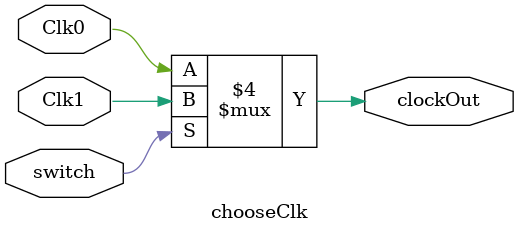
<source format=sv>
module chooseClk(
    input logic Clk0,
    input logic Clk1,
    input logic switch,
    output logic clockOut
);

    always_comb begin
        if (!switch)
            clockOut = Clk0;
        else
            clockOut = Clk1;
    end
endmodule

</source>
